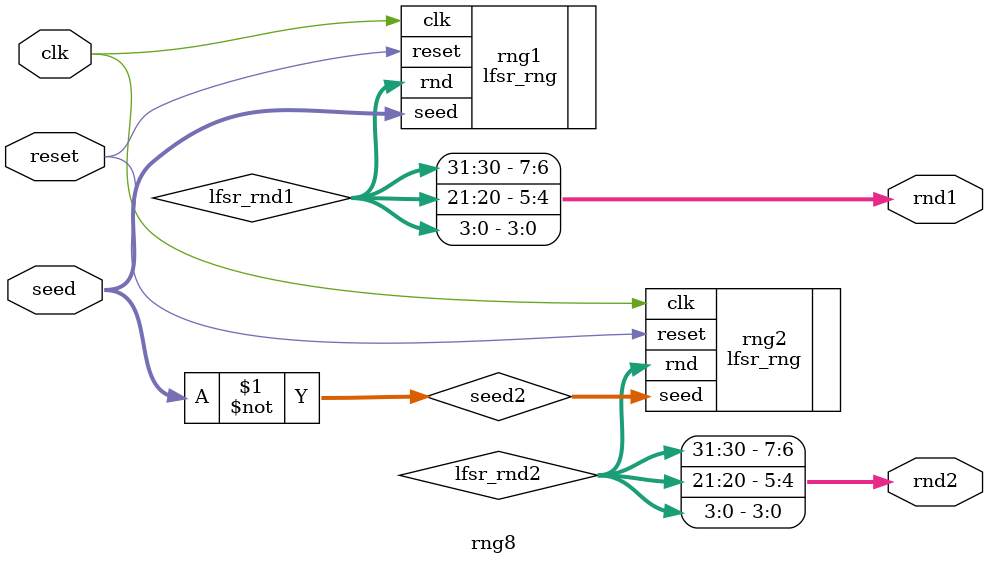
<source format=sv>
module rng8 (
    output logic [7:0] rnd1,
    output logic [7:0] rnd2,
    input  logic [31:0] seed,
    input  logic reset,
    input  logic clk
);

    wire [31:0] seed2;
    wire [31:0] lfsr_rnd1;
    wire [31:0] lfsr_rnd2;

    assign seed2 = ~seed;

    assign rnd1 = {lfsr_rnd1[31:30], lfsr_rnd1[21:20], lfsr_rnd1[3:0]};
    assign rnd2 = {lfsr_rnd2[31:30], lfsr_rnd2[21:20], lfsr_rnd2[3:0]};

    lfsr_rng rng1 (
        .rnd   (lfsr_rnd1),
        .seed  (seed),
        .reset (reset),
        .clk   (clk)
    );

    lfsr_rng rng2 (
        .rnd   (lfsr_rnd2),
        .seed  (seed2),
        .reset (reset),
        .clk   (clk)
    );
endmodule

</source>
